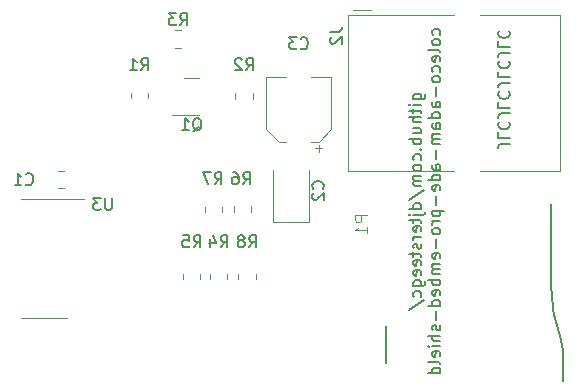
<source format=gbr>
%TF.GenerationSoftware,KiCad,Pcbnew,(6.0.8)*%
%TF.CreationDate,2022-11-19T01:29:10-06:00*%
%TF.ProjectId,coleco-adam-ade-pro-embed-shield,636f6c65-636f-42d6-9164-616d2d616465,rev?*%
%TF.SameCoordinates,Original*%
%TF.FileFunction,Legend,Bot*%
%TF.FilePolarity,Positive*%
%FSLAX46Y46*%
G04 Gerber Fmt 4.6, Leading zero omitted, Abs format (unit mm)*
G04 Created by KiCad (PCBNEW (6.0.8)) date 2022-11-19 01:29:10*
%MOMM*%
%LPD*%
G01*
G04 APERTURE LIST*
%ADD10C,0.150000*%
%ADD11C,0.015000*%
%ADD12C,0.120000*%
%ADD13C,0.100000*%
%ADD14C,0.127000*%
G04 APERTURE END LIST*
D10*
X164563314Y-78606142D02*
X165372838Y-78606142D01*
X165468076Y-78558523D01*
X165515695Y-78510904D01*
X165563314Y-78415666D01*
X165563314Y-78272809D01*
X165515695Y-78177571D01*
X165182361Y-78606142D02*
X165229980Y-78510904D01*
X165229980Y-78320428D01*
X165182361Y-78225190D01*
X165134742Y-78177571D01*
X165039504Y-78129952D01*
X164753790Y-78129952D01*
X164658552Y-78177571D01*
X164610933Y-78225190D01*
X164563314Y-78320428D01*
X164563314Y-78510904D01*
X164610933Y-78606142D01*
X165229980Y-79082333D02*
X164563314Y-79082333D01*
X164229980Y-79082333D02*
X164277600Y-79034714D01*
X164325219Y-79082333D01*
X164277600Y-79129952D01*
X164229980Y-79082333D01*
X164325219Y-79082333D01*
X164563314Y-79415666D02*
X164563314Y-79796619D01*
X164229980Y-79558523D02*
X165087123Y-79558523D01*
X165182361Y-79606142D01*
X165229980Y-79701380D01*
X165229980Y-79796619D01*
X165229980Y-80129952D02*
X164229980Y-80129952D01*
X165229980Y-80558523D02*
X164706171Y-80558523D01*
X164610933Y-80510904D01*
X164563314Y-80415666D01*
X164563314Y-80272809D01*
X164610933Y-80177571D01*
X164658552Y-80129952D01*
X164563314Y-81463285D02*
X165229980Y-81463285D01*
X164563314Y-81034714D02*
X165087123Y-81034714D01*
X165182361Y-81082333D01*
X165229980Y-81177571D01*
X165229980Y-81320428D01*
X165182361Y-81415666D01*
X165134742Y-81463285D01*
X165229980Y-81939476D02*
X164229980Y-81939476D01*
X164610933Y-81939476D02*
X164563314Y-82034714D01*
X164563314Y-82225190D01*
X164610933Y-82320428D01*
X164658552Y-82368047D01*
X164753790Y-82415666D01*
X165039504Y-82415666D01*
X165134742Y-82368047D01*
X165182361Y-82320428D01*
X165229980Y-82225190D01*
X165229980Y-82034714D01*
X165182361Y-81939476D01*
X165134742Y-82844238D02*
X165182361Y-82891857D01*
X165229980Y-82844238D01*
X165182361Y-82796619D01*
X165134742Y-82844238D01*
X165229980Y-82844238D01*
X165182361Y-83749000D02*
X165229980Y-83653761D01*
X165229980Y-83463285D01*
X165182361Y-83368047D01*
X165134742Y-83320428D01*
X165039504Y-83272809D01*
X164753790Y-83272809D01*
X164658552Y-83320428D01*
X164610933Y-83368047D01*
X164563314Y-83463285D01*
X164563314Y-83653761D01*
X164610933Y-83749000D01*
X165229980Y-84320428D02*
X165182361Y-84225190D01*
X165134742Y-84177571D01*
X165039504Y-84129952D01*
X164753790Y-84129952D01*
X164658552Y-84177571D01*
X164610933Y-84225190D01*
X164563314Y-84320428D01*
X164563314Y-84463285D01*
X164610933Y-84558523D01*
X164658552Y-84606142D01*
X164753790Y-84653761D01*
X165039504Y-84653761D01*
X165134742Y-84606142D01*
X165182361Y-84558523D01*
X165229980Y-84463285D01*
X165229980Y-84320428D01*
X165229980Y-85082333D02*
X164563314Y-85082333D01*
X164658552Y-85082333D02*
X164610933Y-85129952D01*
X164563314Y-85225190D01*
X164563314Y-85368047D01*
X164610933Y-85463285D01*
X164706171Y-85510904D01*
X165229980Y-85510904D01*
X164706171Y-85510904D02*
X164610933Y-85558523D01*
X164563314Y-85653761D01*
X164563314Y-85796619D01*
X164610933Y-85891857D01*
X164706171Y-85939476D01*
X165229980Y-85939476D01*
X164182361Y-87129952D02*
X165468076Y-86272809D01*
X165229980Y-87891857D02*
X164229980Y-87891857D01*
X165182361Y-87891857D02*
X165229980Y-87796619D01*
X165229980Y-87606142D01*
X165182361Y-87510904D01*
X165134742Y-87463285D01*
X165039504Y-87415666D01*
X164753790Y-87415666D01*
X164658552Y-87463285D01*
X164610933Y-87510904D01*
X164563314Y-87606142D01*
X164563314Y-87796619D01*
X164610933Y-87891857D01*
X164563314Y-88368047D02*
X165420457Y-88368047D01*
X165515695Y-88320428D01*
X165563314Y-88225190D01*
X165563314Y-88177571D01*
X164229980Y-88368047D02*
X164277600Y-88320428D01*
X164325219Y-88368047D01*
X164277600Y-88415666D01*
X164229980Y-88368047D01*
X164325219Y-88368047D01*
X164563314Y-88701380D02*
X164563314Y-89082333D01*
X164229980Y-88844238D02*
X165087123Y-88844238D01*
X165182361Y-88891857D01*
X165229980Y-88987095D01*
X165229980Y-89082333D01*
X165182361Y-89796619D02*
X165229980Y-89701380D01*
X165229980Y-89510904D01*
X165182361Y-89415666D01*
X165087123Y-89368047D01*
X164706171Y-89368047D01*
X164610933Y-89415666D01*
X164563314Y-89510904D01*
X164563314Y-89701380D01*
X164610933Y-89796619D01*
X164706171Y-89844238D01*
X164801409Y-89844238D01*
X164896647Y-89368047D01*
X165229980Y-90272809D02*
X164563314Y-90272809D01*
X164753790Y-90272809D02*
X164658552Y-90320428D01*
X164610933Y-90368047D01*
X164563314Y-90463285D01*
X164563314Y-90558523D01*
X165182361Y-90844238D02*
X165229980Y-90939476D01*
X165229980Y-91129952D01*
X165182361Y-91225190D01*
X165087123Y-91272809D01*
X165039504Y-91272809D01*
X164944266Y-91225190D01*
X164896647Y-91129952D01*
X164896647Y-90987095D01*
X164849028Y-90891857D01*
X164753790Y-90844238D01*
X164706171Y-90844238D01*
X164610933Y-90891857D01*
X164563314Y-90987095D01*
X164563314Y-91129952D01*
X164610933Y-91225190D01*
X164563314Y-91558523D02*
X164563314Y-91939476D01*
X164229980Y-91701380D02*
X165087123Y-91701380D01*
X165182361Y-91749000D01*
X165229980Y-91844238D01*
X165229980Y-91939476D01*
X165182361Y-92653761D02*
X165229980Y-92558523D01*
X165229980Y-92368047D01*
X165182361Y-92272809D01*
X165087123Y-92225190D01*
X164706171Y-92225190D01*
X164610933Y-92272809D01*
X164563314Y-92368047D01*
X164563314Y-92558523D01*
X164610933Y-92653761D01*
X164706171Y-92701380D01*
X164801409Y-92701380D01*
X164896647Y-92225190D01*
X165182361Y-93510904D02*
X165229980Y-93415666D01*
X165229980Y-93225190D01*
X165182361Y-93129952D01*
X165087123Y-93082333D01*
X164706171Y-93082333D01*
X164610933Y-93129952D01*
X164563314Y-93225190D01*
X164563314Y-93415666D01*
X164610933Y-93510904D01*
X164706171Y-93558523D01*
X164801409Y-93558523D01*
X164896647Y-93082333D01*
X164563314Y-94415666D02*
X165372838Y-94415666D01*
X165468076Y-94368047D01*
X165515695Y-94320428D01*
X165563314Y-94225190D01*
X165563314Y-94082333D01*
X165515695Y-93987095D01*
X165182361Y-94415666D02*
X165229980Y-94320428D01*
X165229980Y-94129952D01*
X165182361Y-94034714D01*
X165134742Y-93987095D01*
X165039504Y-93939476D01*
X164753790Y-93939476D01*
X164658552Y-93987095D01*
X164610933Y-94034714D01*
X164563314Y-94129952D01*
X164563314Y-94320428D01*
X164610933Y-94415666D01*
X165182361Y-95320428D02*
X165229980Y-95225190D01*
X165229980Y-95034714D01*
X165182361Y-94939476D01*
X165134742Y-94891857D01*
X165039504Y-94844238D01*
X164753790Y-94844238D01*
X164658552Y-94891857D01*
X164610933Y-94939476D01*
X164563314Y-95034714D01*
X164563314Y-95225190D01*
X164610933Y-95320428D01*
X164182361Y-96463285D02*
X165468076Y-95606142D01*
X166792361Y-73129952D02*
X166839980Y-73034714D01*
X166839980Y-72844238D01*
X166792361Y-72749000D01*
X166744742Y-72701380D01*
X166649504Y-72653761D01*
X166363790Y-72653761D01*
X166268552Y-72701380D01*
X166220933Y-72749000D01*
X166173314Y-72844238D01*
X166173314Y-73034714D01*
X166220933Y-73129952D01*
X166839980Y-73701380D02*
X166792361Y-73606142D01*
X166744742Y-73558523D01*
X166649504Y-73510904D01*
X166363790Y-73510904D01*
X166268552Y-73558523D01*
X166220933Y-73606142D01*
X166173314Y-73701380D01*
X166173314Y-73844238D01*
X166220933Y-73939476D01*
X166268552Y-73987095D01*
X166363790Y-74034714D01*
X166649504Y-74034714D01*
X166744742Y-73987095D01*
X166792361Y-73939476D01*
X166839980Y-73844238D01*
X166839980Y-73701380D01*
X166839980Y-74606142D02*
X166792361Y-74510904D01*
X166697123Y-74463285D01*
X165839980Y-74463285D01*
X166792361Y-75368047D02*
X166839980Y-75272809D01*
X166839980Y-75082333D01*
X166792361Y-74987095D01*
X166697123Y-74939476D01*
X166316171Y-74939476D01*
X166220933Y-74987095D01*
X166173314Y-75082333D01*
X166173314Y-75272809D01*
X166220933Y-75368047D01*
X166316171Y-75415666D01*
X166411409Y-75415666D01*
X166506647Y-74939476D01*
X166792361Y-76272809D02*
X166839980Y-76177571D01*
X166839980Y-75987095D01*
X166792361Y-75891857D01*
X166744742Y-75844238D01*
X166649504Y-75796619D01*
X166363790Y-75796619D01*
X166268552Y-75844238D01*
X166220933Y-75891857D01*
X166173314Y-75987095D01*
X166173314Y-76177571D01*
X166220933Y-76272809D01*
X166839980Y-76844238D02*
X166792361Y-76749000D01*
X166744742Y-76701380D01*
X166649504Y-76653761D01*
X166363790Y-76653761D01*
X166268552Y-76701380D01*
X166220933Y-76749000D01*
X166173314Y-76844238D01*
X166173314Y-76987095D01*
X166220933Y-77082333D01*
X166268552Y-77129952D01*
X166363790Y-77177571D01*
X166649504Y-77177571D01*
X166744742Y-77129952D01*
X166792361Y-77082333D01*
X166839980Y-76987095D01*
X166839980Y-76844238D01*
X166459028Y-77606142D02*
X166459028Y-78368047D01*
X166839980Y-79272809D02*
X166316171Y-79272809D01*
X166220933Y-79225190D01*
X166173314Y-79129952D01*
X166173314Y-78939476D01*
X166220933Y-78844238D01*
X166792361Y-79272809D02*
X166839980Y-79177571D01*
X166839980Y-78939476D01*
X166792361Y-78844238D01*
X166697123Y-78796619D01*
X166601885Y-78796619D01*
X166506647Y-78844238D01*
X166459028Y-78939476D01*
X166459028Y-79177571D01*
X166411409Y-79272809D01*
X166839980Y-80177571D02*
X165839980Y-80177571D01*
X166792361Y-80177571D02*
X166839980Y-80082333D01*
X166839980Y-79891857D01*
X166792361Y-79796619D01*
X166744742Y-79749000D01*
X166649504Y-79701380D01*
X166363790Y-79701380D01*
X166268552Y-79749000D01*
X166220933Y-79796619D01*
X166173314Y-79891857D01*
X166173314Y-80082333D01*
X166220933Y-80177571D01*
X166839980Y-81082333D02*
X166316171Y-81082333D01*
X166220933Y-81034714D01*
X166173314Y-80939476D01*
X166173314Y-80749000D01*
X166220933Y-80653761D01*
X166792361Y-81082333D02*
X166839980Y-80987095D01*
X166839980Y-80749000D01*
X166792361Y-80653761D01*
X166697123Y-80606142D01*
X166601885Y-80606142D01*
X166506647Y-80653761D01*
X166459028Y-80749000D01*
X166459028Y-80987095D01*
X166411409Y-81082333D01*
X166839980Y-81558523D02*
X166173314Y-81558523D01*
X166268552Y-81558523D02*
X166220933Y-81606142D01*
X166173314Y-81701380D01*
X166173314Y-81844238D01*
X166220933Y-81939476D01*
X166316171Y-81987095D01*
X166839980Y-81987095D01*
X166316171Y-81987095D02*
X166220933Y-82034714D01*
X166173314Y-82129952D01*
X166173314Y-82272809D01*
X166220933Y-82368047D01*
X166316171Y-82415666D01*
X166839980Y-82415666D01*
X166459028Y-82891857D02*
X166459028Y-83653761D01*
X166839980Y-84558523D02*
X166316171Y-84558523D01*
X166220933Y-84510904D01*
X166173314Y-84415666D01*
X166173314Y-84225190D01*
X166220933Y-84129952D01*
X166792361Y-84558523D02*
X166839980Y-84463285D01*
X166839980Y-84225190D01*
X166792361Y-84129952D01*
X166697123Y-84082333D01*
X166601885Y-84082333D01*
X166506647Y-84129952D01*
X166459028Y-84225190D01*
X166459028Y-84463285D01*
X166411409Y-84558523D01*
X166839980Y-85463285D02*
X165839980Y-85463285D01*
X166792361Y-85463285D02*
X166839980Y-85368047D01*
X166839980Y-85177571D01*
X166792361Y-85082333D01*
X166744742Y-85034714D01*
X166649504Y-84987095D01*
X166363790Y-84987095D01*
X166268552Y-85034714D01*
X166220933Y-85082333D01*
X166173314Y-85177571D01*
X166173314Y-85368047D01*
X166220933Y-85463285D01*
X166792361Y-86320428D02*
X166839980Y-86225190D01*
X166839980Y-86034714D01*
X166792361Y-85939476D01*
X166697123Y-85891857D01*
X166316171Y-85891857D01*
X166220933Y-85939476D01*
X166173314Y-86034714D01*
X166173314Y-86225190D01*
X166220933Y-86320428D01*
X166316171Y-86368047D01*
X166411409Y-86368047D01*
X166506647Y-85891857D01*
X166459028Y-86796619D02*
X166459028Y-87558523D01*
X166173314Y-88034714D02*
X167173314Y-88034714D01*
X166220933Y-88034714D02*
X166173314Y-88129952D01*
X166173314Y-88320428D01*
X166220933Y-88415666D01*
X166268552Y-88463285D01*
X166363790Y-88510904D01*
X166649504Y-88510904D01*
X166744742Y-88463285D01*
X166792361Y-88415666D01*
X166839980Y-88320428D01*
X166839980Y-88129952D01*
X166792361Y-88034714D01*
X166839980Y-88939476D02*
X166173314Y-88939476D01*
X166363790Y-88939476D02*
X166268552Y-88987095D01*
X166220933Y-89034714D01*
X166173314Y-89129952D01*
X166173314Y-89225190D01*
X166839980Y-89701380D02*
X166792361Y-89606142D01*
X166744742Y-89558523D01*
X166649504Y-89510904D01*
X166363790Y-89510904D01*
X166268552Y-89558523D01*
X166220933Y-89606142D01*
X166173314Y-89701380D01*
X166173314Y-89844238D01*
X166220933Y-89939476D01*
X166268552Y-89987095D01*
X166363790Y-90034714D01*
X166649504Y-90034714D01*
X166744742Y-89987095D01*
X166792361Y-89939476D01*
X166839980Y-89844238D01*
X166839980Y-89701380D01*
X166459028Y-90463285D02*
X166459028Y-91225190D01*
X166792361Y-92082333D02*
X166839980Y-91987095D01*
X166839980Y-91796619D01*
X166792361Y-91701380D01*
X166697123Y-91653761D01*
X166316171Y-91653761D01*
X166220933Y-91701380D01*
X166173314Y-91796619D01*
X166173314Y-91987095D01*
X166220933Y-92082333D01*
X166316171Y-92129952D01*
X166411409Y-92129952D01*
X166506647Y-91653761D01*
X166839980Y-92558523D02*
X166173314Y-92558523D01*
X166268552Y-92558523D02*
X166220933Y-92606142D01*
X166173314Y-92701380D01*
X166173314Y-92844238D01*
X166220933Y-92939476D01*
X166316171Y-92987095D01*
X166839980Y-92987095D01*
X166316171Y-92987095D02*
X166220933Y-93034714D01*
X166173314Y-93129952D01*
X166173314Y-93272809D01*
X166220933Y-93368047D01*
X166316171Y-93415666D01*
X166839980Y-93415666D01*
X166839980Y-93891857D02*
X165839980Y-93891857D01*
X166220933Y-93891857D02*
X166173314Y-93987095D01*
X166173314Y-94177571D01*
X166220933Y-94272809D01*
X166268552Y-94320428D01*
X166363790Y-94368047D01*
X166649504Y-94368047D01*
X166744742Y-94320428D01*
X166792361Y-94272809D01*
X166839980Y-94177571D01*
X166839980Y-93987095D01*
X166792361Y-93891857D01*
X166792361Y-95177571D02*
X166839980Y-95082333D01*
X166839980Y-94891857D01*
X166792361Y-94796619D01*
X166697123Y-94749000D01*
X166316171Y-94749000D01*
X166220933Y-94796619D01*
X166173314Y-94891857D01*
X166173314Y-95082333D01*
X166220933Y-95177571D01*
X166316171Y-95225190D01*
X166411409Y-95225190D01*
X166506647Y-94749000D01*
X166839980Y-96082333D02*
X165839980Y-96082333D01*
X166792361Y-96082333D02*
X166839980Y-95987095D01*
X166839980Y-95796619D01*
X166792361Y-95701380D01*
X166744742Y-95653761D01*
X166649504Y-95606142D01*
X166363790Y-95606142D01*
X166268552Y-95653761D01*
X166220933Y-95701380D01*
X166173314Y-95796619D01*
X166173314Y-95987095D01*
X166220933Y-96082333D01*
X166459028Y-96558523D02*
X166459028Y-97320428D01*
X166792361Y-97749000D02*
X166839980Y-97844238D01*
X166839980Y-98034714D01*
X166792361Y-98129952D01*
X166697123Y-98177571D01*
X166649504Y-98177571D01*
X166554266Y-98129952D01*
X166506647Y-98034714D01*
X166506647Y-97891857D01*
X166459028Y-97796619D01*
X166363790Y-97749000D01*
X166316171Y-97749000D01*
X166220933Y-97796619D01*
X166173314Y-97891857D01*
X166173314Y-98034714D01*
X166220933Y-98129952D01*
X166839980Y-98606142D02*
X165839980Y-98606142D01*
X166839980Y-99034714D02*
X166316171Y-99034714D01*
X166220933Y-98987095D01*
X166173314Y-98891857D01*
X166173314Y-98749000D01*
X166220933Y-98653761D01*
X166268552Y-98606142D01*
X166839980Y-99510904D02*
X166173314Y-99510904D01*
X165839980Y-99510904D02*
X165887600Y-99463285D01*
X165935219Y-99510904D01*
X165887600Y-99558523D01*
X165839980Y-99510904D01*
X165935219Y-99510904D01*
X166792361Y-100368047D02*
X166839980Y-100272809D01*
X166839980Y-100082333D01*
X166792361Y-99987095D01*
X166697123Y-99939476D01*
X166316171Y-99939476D01*
X166220933Y-99987095D01*
X166173314Y-100082333D01*
X166173314Y-100272809D01*
X166220933Y-100368047D01*
X166316171Y-100415666D01*
X166411409Y-100415666D01*
X166506647Y-99939476D01*
X166839980Y-100987095D02*
X166792361Y-100891857D01*
X166697123Y-100844238D01*
X165839980Y-100844238D01*
X166839980Y-101796619D02*
X165839980Y-101796619D01*
X166792361Y-101796619D02*
X166839980Y-101701380D01*
X166839980Y-101510904D01*
X166792361Y-101415666D01*
X166744742Y-101368047D01*
X166649504Y-101320428D01*
X166363790Y-101320428D01*
X166268552Y-101368047D01*
X166220933Y-101415666D01*
X166173314Y-101510904D01*
X166173314Y-101701380D01*
X166220933Y-101796619D01*
X172734219Y-82368447D02*
X172019933Y-82368447D01*
X171877076Y-82416066D01*
X171781838Y-82511304D01*
X171734219Y-82654161D01*
X171734219Y-82749400D01*
X171734219Y-81416066D02*
X171734219Y-81892257D01*
X172734219Y-81892257D01*
X171829457Y-80511304D02*
X171781838Y-80558923D01*
X171734219Y-80701780D01*
X171734219Y-80797019D01*
X171781838Y-80939876D01*
X171877076Y-81035114D01*
X171972314Y-81082733D01*
X172162790Y-81130352D01*
X172305647Y-81130352D01*
X172496123Y-81082733D01*
X172591361Y-81035114D01*
X172686600Y-80939876D01*
X172734219Y-80797019D01*
X172734219Y-80701780D01*
X172686600Y-80558923D01*
X172638980Y-80511304D01*
X172734219Y-79797019D02*
X172019933Y-79797019D01*
X171877076Y-79844638D01*
X171781838Y-79939876D01*
X171734219Y-80082733D01*
X171734219Y-80177971D01*
X171734219Y-78844638D02*
X171734219Y-79320828D01*
X172734219Y-79320828D01*
X171829457Y-77939876D02*
X171781838Y-77987495D01*
X171734219Y-78130352D01*
X171734219Y-78225590D01*
X171781838Y-78368447D01*
X171877076Y-78463685D01*
X171972314Y-78511304D01*
X172162790Y-78558923D01*
X172305647Y-78558923D01*
X172496123Y-78511304D01*
X172591361Y-78463685D01*
X172686600Y-78368447D01*
X172734219Y-78225590D01*
X172734219Y-78130352D01*
X172686600Y-77987495D01*
X172638980Y-77939876D01*
X172734219Y-77225590D02*
X172019933Y-77225590D01*
X171877076Y-77273209D01*
X171781838Y-77368447D01*
X171734219Y-77511304D01*
X171734219Y-77606542D01*
X171734219Y-76273209D02*
X171734219Y-76749400D01*
X172734219Y-76749400D01*
X171829457Y-75368447D02*
X171781838Y-75416066D01*
X171734219Y-75558923D01*
X171734219Y-75654161D01*
X171781838Y-75797019D01*
X171877076Y-75892257D01*
X171972314Y-75939876D01*
X172162790Y-75987495D01*
X172305647Y-75987495D01*
X172496123Y-75939876D01*
X172591361Y-75892257D01*
X172686600Y-75797019D01*
X172734219Y-75654161D01*
X172734219Y-75558923D01*
X172686600Y-75416066D01*
X172638980Y-75368447D01*
X172734219Y-74654161D02*
X172019933Y-74654161D01*
X171877076Y-74701780D01*
X171781838Y-74797019D01*
X171734219Y-74939876D01*
X171734219Y-75035114D01*
X171734219Y-73701780D02*
X171734219Y-74177971D01*
X172734219Y-74177971D01*
X171829457Y-72797019D02*
X171781838Y-72844638D01*
X171734219Y-72987495D01*
X171734219Y-73082733D01*
X171781838Y-73225590D01*
X171877076Y-73320828D01*
X171972314Y-73368447D01*
X172162790Y-73416066D01*
X172305647Y-73416066D01*
X172496123Y-73368447D01*
X172591361Y-73320828D01*
X172686600Y-73225590D01*
X172734219Y-73082733D01*
X172734219Y-72987495D01*
X172686600Y-72844638D01*
X172638980Y-72797019D01*
%TO.C,R3*%
X144819666Y-72334380D02*
X145153000Y-71858190D01*
X145391095Y-72334380D02*
X145391095Y-71334380D01*
X145010142Y-71334380D01*
X144914904Y-71382000D01*
X144867285Y-71429619D01*
X144819666Y-71524857D01*
X144819666Y-71667714D01*
X144867285Y-71762952D01*
X144914904Y-71810571D01*
X145010142Y-71858190D01*
X145391095Y-71858190D01*
X144486333Y-71334380D02*
X143867285Y-71334380D01*
X144200619Y-71715333D01*
X144057761Y-71715333D01*
X143962523Y-71762952D01*
X143914904Y-71810571D01*
X143867285Y-71905809D01*
X143867285Y-72143904D01*
X143914904Y-72239142D01*
X143962523Y-72286761D01*
X144057761Y-72334380D01*
X144343476Y-72334380D01*
X144438714Y-72286761D01*
X144486333Y-72239142D01*
%TO.C,R2*%
X150407666Y-76144380D02*
X150741000Y-75668190D01*
X150979095Y-76144380D02*
X150979095Y-75144380D01*
X150598142Y-75144380D01*
X150502904Y-75192000D01*
X150455285Y-75239619D01*
X150407666Y-75334857D01*
X150407666Y-75477714D01*
X150455285Y-75572952D01*
X150502904Y-75620571D01*
X150598142Y-75668190D01*
X150979095Y-75668190D01*
X150026714Y-75239619D02*
X149979095Y-75192000D01*
X149883857Y-75144380D01*
X149645761Y-75144380D01*
X149550523Y-75192000D01*
X149502904Y-75239619D01*
X149455285Y-75334857D01*
X149455285Y-75430095D01*
X149502904Y-75572952D01*
X150074333Y-76144380D01*
X149455285Y-76144380D01*
%TO.C,R4*%
X148248666Y-91130380D02*
X148582000Y-90654190D01*
X148820095Y-91130380D02*
X148820095Y-90130380D01*
X148439142Y-90130380D01*
X148343904Y-90178000D01*
X148296285Y-90225619D01*
X148248666Y-90320857D01*
X148248666Y-90463714D01*
X148296285Y-90558952D01*
X148343904Y-90606571D01*
X148439142Y-90654190D01*
X148820095Y-90654190D01*
X147391523Y-90463714D02*
X147391523Y-91130380D01*
X147629619Y-90082761D02*
X147867714Y-90797047D01*
X147248666Y-90797047D01*
%TO.C,C2*%
X156910542Y-86167933D02*
X156958161Y-86120314D01*
X157005780Y-85977457D01*
X157005780Y-85882219D01*
X156958161Y-85739361D01*
X156862923Y-85644123D01*
X156767685Y-85596504D01*
X156577209Y-85548885D01*
X156434352Y-85548885D01*
X156243876Y-85596504D01*
X156148638Y-85644123D01*
X156053400Y-85739361D01*
X156005780Y-85882219D01*
X156005780Y-85977457D01*
X156053400Y-86120314D01*
X156101019Y-86167933D01*
X156101019Y-86548885D02*
X156053400Y-86596504D01*
X156005780Y-86691742D01*
X156005780Y-86929838D01*
X156053400Y-87025076D01*
X156101019Y-87072695D01*
X156196257Y-87120314D01*
X156291495Y-87120314D01*
X156434352Y-87072695D01*
X157005780Y-86501266D01*
X157005780Y-87120314D01*
%TO.C,R6*%
X150153666Y-85796380D02*
X150487000Y-85320190D01*
X150725095Y-85796380D02*
X150725095Y-84796380D01*
X150344142Y-84796380D01*
X150248904Y-84844000D01*
X150201285Y-84891619D01*
X150153666Y-84986857D01*
X150153666Y-85129714D01*
X150201285Y-85224952D01*
X150248904Y-85272571D01*
X150344142Y-85320190D01*
X150725095Y-85320190D01*
X149296523Y-84796380D02*
X149487000Y-84796380D01*
X149582238Y-84844000D01*
X149629857Y-84891619D01*
X149725095Y-85034476D01*
X149772714Y-85224952D01*
X149772714Y-85605904D01*
X149725095Y-85701142D01*
X149677476Y-85748761D01*
X149582238Y-85796380D01*
X149391761Y-85796380D01*
X149296523Y-85748761D01*
X149248904Y-85701142D01*
X149201285Y-85605904D01*
X149201285Y-85367809D01*
X149248904Y-85272571D01*
X149296523Y-85224952D01*
X149391761Y-85177333D01*
X149582238Y-85177333D01*
X149677476Y-85224952D01*
X149725095Y-85272571D01*
X149772714Y-85367809D01*
%TO.C,C1*%
X131764066Y-85777342D02*
X131811685Y-85824961D01*
X131954542Y-85872580D01*
X132049780Y-85872580D01*
X132192638Y-85824961D01*
X132287876Y-85729723D01*
X132335495Y-85634485D01*
X132383114Y-85444009D01*
X132383114Y-85301152D01*
X132335495Y-85110676D01*
X132287876Y-85015438D01*
X132192638Y-84920200D01*
X132049780Y-84872580D01*
X131954542Y-84872580D01*
X131811685Y-84920200D01*
X131764066Y-84967819D01*
X130811685Y-85872580D02*
X131383114Y-85872580D01*
X131097400Y-85872580D02*
X131097400Y-84872580D01*
X131192638Y-85015438D01*
X131287876Y-85110676D01*
X131383114Y-85158295D01*
%TO.C,J2*%
X157517980Y-72906266D02*
X158232266Y-72906266D01*
X158375123Y-72858647D01*
X158470361Y-72763409D01*
X158517980Y-72620552D01*
X158517980Y-72525314D01*
X157613219Y-73334838D02*
X157565600Y-73382457D01*
X157517980Y-73477695D01*
X157517980Y-73715790D01*
X157565600Y-73811028D01*
X157613219Y-73858647D01*
X157708457Y-73906266D01*
X157803695Y-73906266D01*
X157946552Y-73858647D01*
X158517980Y-73287219D01*
X158517980Y-73906266D01*
%TO.C,Q1*%
X145891238Y-81306619D02*
X145986476Y-81259000D01*
X146081714Y-81163761D01*
X146224571Y-81020904D01*
X146319809Y-80973285D01*
X146415047Y-80973285D01*
X146367428Y-81211380D02*
X146462666Y-81163761D01*
X146557904Y-81068523D01*
X146605523Y-80878047D01*
X146605523Y-80544714D01*
X146557904Y-80354238D01*
X146462666Y-80259000D01*
X146367428Y-80211380D01*
X146176952Y-80211380D01*
X146081714Y-80259000D01*
X145986476Y-80354238D01*
X145938857Y-80544714D01*
X145938857Y-80878047D01*
X145986476Y-81068523D01*
X146081714Y-81163761D01*
X146176952Y-81211380D01*
X146367428Y-81211380D01*
X144986476Y-81211380D02*
X145557904Y-81211380D01*
X145272190Y-81211380D02*
X145272190Y-80211380D01*
X145367428Y-80354238D01*
X145462666Y-80449476D01*
X145557904Y-80497095D01*
%TO.C,R7*%
X147740666Y-85796380D02*
X148074000Y-85320190D01*
X148312095Y-85796380D02*
X148312095Y-84796380D01*
X147931142Y-84796380D01*
X147835904Y-84844000D01*
X147788285Y-84891619D01*
X147740666Y-84986857D01*
X147740666Y-85129714D01*
X147788285Y-85224952D01*
X147835904Y-85272571D01*
X147931142Y-85320190D01*
X148312095Y-85320190D01*
X147407333Y-84796380D02*
X146740666Y-84796380D01*
X147169238Y-85796380D01*
%TO.C,R8*%
X150661666Y-91130380D02*
X150995000Y-90654190D01*
X151233095Y-91130380D02*
X151233095Y-90130380D01*
X150852142Y-90130380D01*
X150756904Y-90178000D01*
X150709285Y-90225619D01*
X150661666Y-90320857D01*
X150661666Y-90463714D01*
X150709285Y-90558952D01*
X150756904Y-90606571D01*
X150852142Y-90654190D01*
X151233095Y-90654190D01*
X150090238Y-90558952D02*
X150185476Y-90511333D01*
X150233095Y-90463714D01*
X150280714Y-90368476D01*
X150280714Y-90320857D01*
X150233095Y-90225619D01*
X150185476Y-90178000D01*
X150090238Y-90130380D01*
X149899761Y-90130380D01*
X149804523Y-90178000D01*
X149756904Y-90225619D01*
X149709285Y-90320857D01*
X149709285Y-90368476D01*
X149756904Y-90463714D01*
X149804523Y-90511333D01*
X149899761Y-90558952D01*
X150090238Y-90558952D01*
X150185476Y-90606571D01*
X150233095Y-90654190D01*
X150280714Y-90749428D01*
X150280714Y-90939904D01*
X150233095Y-91035142D01*
X150185476Y-91082761D01*
X150090238Y-91130380D01*
X149899761Y-91130380D01*
X149804523Y-91082761D01*
X149756904Y-91035142D01*
X149709285Y-90939904D01*
X149709285Y-90749428D01*
X149756904Y-90654190D01*
X149804523Y-90606571D01*
X149899761Y-90558952D01*
D11*
%TO.C,P1*%
X160653078Y-88435612D02*
X159652574Y-88435612D01*
X159652574Y-88816757D01*
X159700218Y-88912043D01*
X159747861Y-88959686D01*
X159843147Y-89007329D01*
X159986076Y-89007329D01*
X160081362Y-88959686D01*
X160129005Y-88912043D01*
X160176648Y-88816757D01*
X160176648Y-88435612D01*
X160653078Y-89960190D02*
X160653078Y-89388473D01*
X160653078Y-89674332D02*
X159652574Y-89674332D01*
X159795504Y-89579045D01*
X159890790Y-89483759D01*
X159938433Y-89388473D01*
D10*
%TO.C,C3*%
X155030466Y-74271142D02*
X155078085Y-74318761D01*
X155220942Y-74366380D01*
X155316180Y-74366380D01*
X155459038Y-74318761D01*
X155554276Y-74223523D01*
X155601895Y-74128285D01*
X155649514Y-73937809D01*
X155649514Y-73794952D01*
X155601895Y-73604476D01*
X155554276Y-73509238D01*
X155459038Y-73414000D01*
X155316180Y-73366380D01*
X155220942Y-73366380D01*
X155078085Y-73414000D01*
X155030466Y-73461619D01*
X154697133Y-73366380D02*
X154078085Y-73366380D01*
X154411419Y-73747333D01*
X154268561Y-73747333D01*
X154173323Y-73794952D01*
X154125704Y-73842571D01*
X154078085Y-73937809D01*
X154078085Y-74175904D01*
X154125704Y-74271142D01*
X154173323Y-74318761D01*
X154268561Y-74366380D01*
X154554276Y-74366380D01*
X154649514Y-74318761D01*
X154697133Y-74271142D01*
%TO.C,U3*%
X139039504Y-86980780D02*
X139039504Y-87790304D01*
X138991885Y-87885542D01*
X138944266Y-87933161D01*
X138849028Y-87980780D01*
X138658552Y-87980780D01*
X138563314Y-87933161D01*
X138515695Y-87885542D01*
X138468076Y-87790304D01*
X138468076Y-86980780D01*
X138087123Y-86980780D02*
X137468076Y-86980780D01*
X137801409Y-87361733D01*
X137658552Y-87361733D01*
X137563314Y-87409352D01*
X137515695Y-87456971D01*
X137468076Y-87552209D01*
X137468076Y-87790304D01*
X137515695Y-87885542D01*
X137563314Y-87933161D01*
X137658552Y-87980780D01*
X137944266Y-87980780D01*
X138039504Y-87933161D01*
X138087123Y-87885542D01*
%TO.C,R1*%
X141517666Y-76144380D02*
X141851000Y-75668190D01*
X142089095Y-76144380D02*
X142089095Y-75144380D01*
X141708142Y-75144380D01*
X141612904Y-75192000D01*
X141565285Y-75239619D01*
X141517666Y-75334857D01*
X141517666Y-75477714D01*
X141565285Y-75572952D01*
X141612904Y-75620571D01*
X141708142Y-75668190D01*
X142089095Y-75668190D01*
X140565285Y-76144380D02*
X141136714Y-76144380D01*
X140851000Y-76144380D02*
X140851000Y-75144380D01*
X140946238Y-75287238D01*
X141041476Y-75382476D01*
X141136714Y-75430095D01*
%TO.C,R5*%
X145962666Y-91130380D02*
X146296000Y-90654190D01*
X146534095Y-91130380D02*
X146534095Y-90130380D01*
X146153142Y-90130380D01*
X146057904Y-90178000D01*
X146010285Y-90225619D01*
X145962666Y-90320857D01*
X145962666Y-90463714D01*
X146010285Y-90558952D01*
X146057904Y-90606571D01*
X146153142Y-90654190D01*
X146534095Y-90654190D01*
X145057904Y-90130380D02*
X145534095Y-90130380D01*
X145581714Y-90606571D01*
X145534095Y-90558952D01*
X145438857Y-90511333D01*
X145200761Y-90511333D01*
X145105523Y-90558952D01*
X145057904Y-90606571D01*
X145010285Y-90701809D01*
X145010285Y-90939904D01*
X145057904Y-91035142D01*
X145105523Y-91082761D01*
X145200761Y-91130380D01*
X145438857Y-91130380D01*
X145534095Y-91082761D01*
X145581714Y-91035142D01*
D12*
%TO.C,R3*%
X144425936Y-74242600D02*
X144880064Y-74242600D01*
X144425936Y-72772600D02*
X144880064Y-72772600D01*
%TO.C,R2*%
X150976000Y-78106536D02*
X150976000Y-78560664D01*
X149506000Y-78106536D02*
X149506000Y-78560664D01*
%TO.C,R4*%
X148817000Y-93371936D02*
X148817000Y-93826064D01*
X147347000Y-93371936D02*
X147347000Y-93826064D01*
%TO.C,C2*%
X155713400Y-88969600D02*
X152693400Y-88969600D01*
X152693400Y-88969600D02*
X152693400Y-84584600D01*
X155713400Y-84584600D02*
X155713400Y-88969600D01*
%TO.C,R6*%
X150823600Y-87682336D02*
X150823600Y-88136464D01*
X149353600Y-87682336D02*
X149353600Y-88136464D01*
%TO.C,C1*%
X134460348Y-84685200D02*
X134982852Y-84685200D01*
X134460348Y-86155200D02*
X134982852Y-86155200D01*
%TO.C,J2*%
X158995600Y-84679600D02*
X168015600Y-84679600D01*
D13*
X167945600Y-71479600D02*
X168015600Y-71479600D01*
D12*
X176995600Y-84679600D02*
X170215600Y-84679600D01*
X176995600Y-84679600D02*
X176995600Y-71479600D01*
X160995600Y-71009600D02*
X159465600Y-71009600D01*
X168015600Y-71479600D02*
X158995600Y-71479600D01*
X176995600Y-71479600D02*
X170215600Y-71479600D01*
X158995600Y-71479600D02*
X158995600Y-84679600D01*
D13*
X176875600Y-84679600D02*
X176995600Y-84679600D01*
X176985600Y-84679600D02*
X176995600Y-84679600D01*
D12*
%TO.C,Q1*%
X145796000Y-76799000D02*
X146446000Y-76799000D01*
X145796000Y-79919000D02*
X144121000Y-79919000D01*
X145796000Y-79919000D02*
X146446000Y-79919000D01*
X145796000Y-76799000D02*
X145146000Y-76799000D01*
%TO.C,R7*%
X146889800Y-87707736D02*
X146889800Y-88161864D01*
X148359800Y-87707736D02*
X148359800Y-88161864D01*
%TO.C,R8*%
X149760000Y-93371936D02*
X149760000Y-93826064D01*
X151230000Y-93371936D02*
X151230000Y-93826064D01*
D14*
%TO.C,P1*%
X177245200Y-102450400D02*
X177245200Y-99919300D01*
X162259200Y-100921400D02*
X162259200Y-97821400D01*
X176229200Y-94398300D02*
X176229200Y-87464400D01*
X177245204Y-99919300D02*
G75*
G03*
X177061200Y-98919400I-2807704J200D01*
G01*
X176229198Y-94398300D02*
G75*
G03*
X177061200Y-98919400I12700002J30D01*
G01*
D12*
%TO.C,C3*%
X152103800Y-81146763D02*
X152103800Y-76691200D01*
X156559363Y-82211200D02*
X155923800Y-82211200D01*
X152103800Y-76691200D02*
X153803800Y-76691200D01*
X157623800Y-81146763D02*
X157623800Y-76691200D01*
X156548800Y-83076200D02*
X156548800Y-82451200D01*
X157623800Y-76691200D02*
X155923800Y-76691200D01*
X153168237Y-82211200D02*
X152103800Y-81146763D01*
X156861300Y-82763700D02*
X156236300Y-82763700D01*
X153168237Y-82211200D02*
X153803800Y-82211200D01*
X156559363Y-82211200D02*
X157623800Y-81146763D01*
%TO.C,U3*%
X133273800Y-87015000D02*
X131323800Y-87015000D01*
X133273800Y-87015000D02*
X136723800Y-87015000D01*
X133273800Y-97135000D02*
X131323800Y-97135000D01*
X133273800Y-97135000D02*
X135223800Y-97135000D01*
%TO.C,R1*%
X142136800Y-78081136D02*
X142136800Y-78535264D01*
X140666800Y-78081136D02*
X140666800Y-78535264D01*
%TO.C,R5*%
X146531000Y-93371936D02*
X146531000Y-93826064D01*
X145061000Y-93371936D02*
X145061000Y-93826064D01*
%TD*%
M02*

</source>
